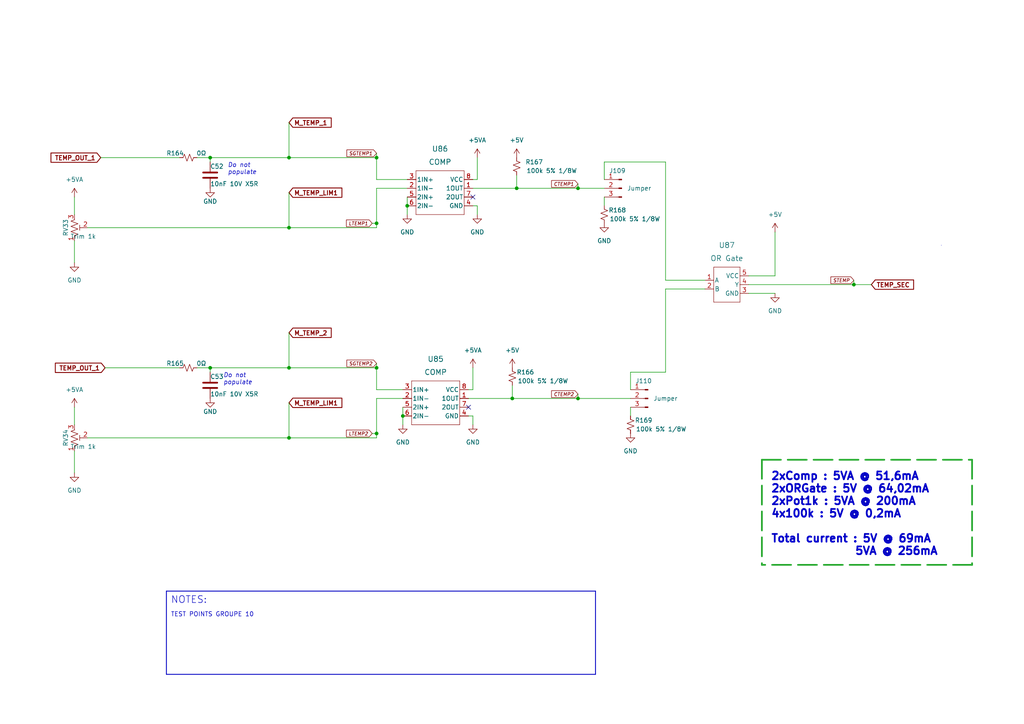
<source format=kicad_sch>
(kicad_sch (version 20211123) (generator eeschema)
  (paper "A4")
  (lib_symbols
    (symbol "Connector:Conn_01x03_Male" (pin_names (offset 1.016) hide)
      (property "Reference" "J" (at 0 5.08 0))
      (property "Value" "Conn_01x03_Male" (at 0 -5.08 0))
      (symbol "Conn_01x03_Male_1_1"
        (polyline (pts (xy 1.27 -2.54) (xy 0.8636 -2.54)) (stroke (width 0.1524)))
        (polyline (pts (xy 1.27 0) (xy 0.8636 0)) (stroke (width 0.1524)))
        (polyline (pts (xy 1.27 2.54) (xy 0.8636 2.54)) (stroke (width 0.1524)))
        (rectangle (start 0.8636 -2.413) (end 0 -2.667) (stroke (width 0.1524)) (fill (type outline)))
        (rectangle (start 0.8636 0.127) (end 0 -0.127) (stroke (width 0.1524)) (fill (type outline)))
        (rectangle (start 0.8636 2.667) (end 0 2.413) (stroke (width 0.1524)) (fill (type outline)))
        (pin passive line (at 5.08 2.54 180) (length 3.81) (name "Pin_1") (number "1"))
        (pin passive line (at 5.08 0 180) (length 3.81) (name "Pin_2") (number "2"))
        (pin passive line (at 5.08 -2.54 180) (length 3.81) (name "Pin_3") (number "3"))
      )
    )
    (symbol "Device:C" (pin_numbers hide) (pin_names (offset 0.254))
      (property "Reference" "C" (at 0.635 2.54 0))
      (property "Value" "C" (at 0.635 -2.54 0))
      (symbol "C_0_1"
        (polyline (pts (xy -2.032 -0.762) (xy 2.032 -0.762)) (stroke (width 0.508)))
        (polyline (pts (xy -2.032 0.762) (xy 2.032 0.762)) (stroke (width 0.508)))
      )
      (symbol "C_1_1"
        (pin passive line (at 0 3.81 270) (length 2.794) (name "~") (number "1"))
        (pin passive line (at 0 -3.81 90) (length 2.794) (name "~") (number "2"))
      )
    )
    (symbol "Device:R_Potentiometer_Trim_US" (pin_names (offset 1.016) hide)
      (property "Reference" "RV" (at -4.445 0 90))
      (property "Value" "R_Potentiometer_Trim_US" (at -2.54 0 90))
      (symbol "R_Potentiometer_Trim_US_0_1"
        (polyline (pts (xy 0 -2.286) (xy 0 -2.54)))
        (polyline (pts (xy 0 2.286) (xy 0 2.54)))
        (polyline (pts (xy 1.524 0.762) (xy 1.524 -0.762)))
        (polyline (pts (xy 2.54 0) (xy 1.524 0)))
        (polyline (pts (xy 0 -0.762) (xy 1.016 -1.143) (xy 0 -1.524) (xy -1.016 -1.905) (xy 0 -2.286)))
        (polyline (pts (xy 0 0.762) (xy 1.016 0.381) (xy 0 0) (xy -1.016 -0.381) (xy 0 -0.762)))
        (polyline (pts (xy 0 2.286) (xy 1.016 1.905) (xy 0 1.524) (xy -1.016 1.143) (xy 0 0.762)))
      )
      (symbol "R_Potentiometer_Trim_US_1_1"
        (pin passive line (at 0 3.81 270) (length 1.27) (name "1") (number "1"))
        (pin passive line (at 3.81 0 180) (length 1.27) (name "2") (number "2"))
        (pin passive line (at 0 -3.81 90) (length 1.27) (name "3") (number "3"))
      )
    )
    (symbol "Device:R_Small_US" (pin_numbers hide) (pin_names (offset 0.254) hide)
      (property "Reference" "R" (at 0.762 0.508 0))
      (property "Value" "R_Small_US" (at 0.762 -1.016 0))
      (symbol "R_Small_US_1_1"
        (polyline (pts (xy 0 0) (xy 1.016 -0.381) (xy 0 -0.762) (xy -1.016 -1.143) (xy 0 -1.524)))
        (polyline (pts (xy 0 1.524) (xy 1.016 1.143) (xy 0 0.762) (xy -1.016 0.381) (xy 0 0)))
        (pin passive line (at 0 2.54 270) (length 1.016) (name "~") (number "1"))
        (pin passive line (at 0 -2.54 90) (length 1.016) (name "~") (number "2"))
      )
    )
    (symbol "SymLib:LM393DGKR" (pin_names (offset 0.254))
      (property "Reference" "U" (at 22.86 3.81 0))
      (property "Value" "LM393DGKR" (at 29.21 -11.43 0))
      (symbol "LM393DGKR_0_1"
        (polyline (pts (xy 21.59 -10.16) (xy 35.56 -10.16)) (stroke (width 0.127)))
        (polyline (pts (xy 21.59 2.54) (xy 21.59 -10.16)) (stroke (width 0.127)))
        (polyline (pts (xy 35.56 -10.16) (xy 35.56 2.54)) (stroke (width 0.127)))
        (polyline (pts (xy 35.56 2.54) (xy 21.59 2.54)) (stroke (width 0.127)))
        (pin output line (at 38.1 -2.54 180) (length 2.54) (name "1OUT") (number "1"))
        (pin input line (at 19.05 -2.54 0) (length 2.54) (name "1IN-") (number "2"))
        (pin input line (at 19.05 0 0) (length 2.54) (name "1IN+") (number "3"))
        (pin power_in line (at 38.1 -7.62 180) (length 2.54) (name "GND") (number "4"))
        (pin input line (at 19.05 -5.08 0) (length 2.54) (name "2IN+") (number "5"))
        (pin input line (at 19.05 -7.62 0) (length 2.54) (name "2IN-") (number "6"))
        (pin output line (at 38.1 -5.08 180) (length 2.54) (name "2OUT") (number "7"))
        (pin power_in line (at 38.1 0 180) (length 2.54) (name "VCC") (number "8"))
      )
    )
    (symbol "SymLib:SN74LVC1G32DBVR" (pin_names (offset 0.254))
      (property "Reference" "U" (at 25.4 10.16 0))
      (property "Value" "SN74LVC1G32DBVR" (at 25.4 7.62 0))
      (symbol "SN74LVC1G32DBVR_0_1"
        (polyline (pts (xy 21.59 -7.62) (xy 29.21 -7.62)) (stroke (width 0.127)))
        (polyline (pts (xy 21.59 2.54) (xy 21.59 -7.62)) (stroke (width 0.127)))
        (polyline (pts (xy 29.21 -7.62) (xy 29.21 2.54)) (stroke (width 0.127)))
        (polyline (pts (xy 29.21 2.54) (xy 21.59 2.54)) (stroke (width 0.127)))
        (pin input line (at 19.05 -1.27 0) (length 2.54) (name "A") (number "1"))
        (pin input line (at 19.05 -3.81 0) (length 2.54) (name "B") (number "2"))
        (pin power_in line (at 31.75 -5.08 180) (length 2.54) (name "GND") (number "3"))
        (pin output line (at 31.75 -2.54 180) (length 2.54) (name "Y") (number "4"))
        (pin power_in line (at 31.75 0 180) (length 2.54) (name "VCC") (number "5"))
      )
    )
    (symbol "power:+5V" (power) (pin_names (offset 0))
      (property "Value" "+5V" (at 0 3.556 0))
      (symbol "+5V_0_1"
        (polyline (pts (xy -0.762 1.27) (xy 0 2.54)))
        (polyline (pts (xy 0 0) (xy 0 2.54)))
        (polyline (pts (xy 0 2.54) (xy 0.762 1.27)))
      )
      (symbol "+5V_1_1"
        (pin power_in line (at 0 0 90) (length 0) hide (name "+5V") (number "1"))
      )
    )
    (symbol "power:+5VA" (power) (pin_names (offset 0))
      (property "Value" "+5VA" (at 0 3.556 0))
      (symbol "+5VA_0_1"
        (polyline (pts (xy -0.762 1.27) (xy 0 2.54)))
        (polyline (pts (xy 0 0) (xy 0 2.54)))
        (polyline (pts (xy 0 2.54) (xy 0.762 1.27)))
      )
      (symbol "+5VA_1_1"
        (pin power_in line (at 0 0 90) (length 0) hide (name "+5VA") (number "1"))
      )
    )
    (symbol "power:GND" (power) (pin_names (offset 0))
      (property "Value" "GND" (at 0 -3.81 0))
      (symbol "GND_0_1"
        (polyline (pts (xy 0 0) (xy 0 -1.27) (xy 1.27 -1.27) (xy 0 -2.54) (xy -1.27 -1.27) (xy 0 -1.27)))
      )
      (symbol "GND_1_1"
        (pin power_in line (at 0 0 270) (length 0) hide (name "GND") (number "1"))
      )
    )
  )
  (junction (at 83.82 106.68))
  (junction (at 109.22 125.73))
  (junction (at 83.82 45.72))
  (junction (at 148.59 115.57))
  (junction (at 149.86 54.61))
  (junction (at 109.22 106.68))
  (junction (at 60.96 45.72))
  (junction (at 109.22 64.77))
  (junction (at 167.64 54.61))
  (junction (at 167.64 115.57))
  (junction (at 83.82 66.04))
  (junction (at 109.22 45.72))
  (junction (at 60.96 106.68))
  (junction (at 83.82 127))
  (junction (at 247.65 82.55))
  (junction (at 116.84 120.65))
  (junction (at 118.11 59.69))
  (no_connect (at 137.16 57.15))
  (no_connect (at 135.89 118.11))
  (wire (pts (xy 148.59 115.57) (xy 167.64 115.57)))
  (wire (pts (xy 175.26 52.07) (xy 175.26 46.99)))
  (wire (pts (xy 138.43 45.72) (xy 138.43 52.07)))
  (wire (pts (xy 60.96 107.95) (xy 60.96 106.68)))
  (polyline (pts (xy 281.94 133.35) (xy 281.94 163.83)) (stroke (width 0.5) (type dash) (color 37 168 45 1)))
  (wire (pts (xy 217.17 82.55) (xy 247.65 82.55)))
  (wire (pts (xy 167.64 54.61) (xy 175.26 54.61)))
  (wire (pts (xy 193.04 46.99) (xy 193.04 81.28)))
  (wire (pts (xy 109.22 66.04) (xy 109.22 64.77)))
  (wire (pts (xy 224.79 67.31) (xy 224.79 80.01)))
  (polyline (pts (xy 172.72 195.58) (xy 48.26 195.58)) (stroke (width 0.25) (type solid)))
  (wire (pts (xy 135.89 115.57) (xy 148.59 115.57)))
  (polyline (pts (xy 220.98 133.35) (xy 281.94 133.35)) (stroke (width 0.5) (type dash) (color 37 168 45 1)))
  (wire (pts (xy 217.17 85.09) (xy 224.79 85.09)))
  (wire (pts (xy 137.16 120.65) (xy 137.16 123.19)))
  (polyline (pts (xy 273.05 71.12) (xy 273.05 71.12)))
  (polyline (pts (xy 48.26 171.45) (xy 48.26 195.58)) (stroke (width 0.25) (type solid)))
  (polyline (pts (xy 48.26 171.45) (xy 172.72 171.45)) (stroke (width 0.25) (type solid)))
  (wire (pts (xy 83.82 127) (xy 109.22 127)))
  (wire (pts (xy 137.16 54.61) (xy 149.86 54.61)))
  (wire (pts (xy 57.15 45.72) (xy 60.96 45.72)))
  (wire (pts (xy 135.89 113.03) (xy 137.16 113.03)))
  (wire (pts (xy 21.59 69.85) (xy 21.59 76.2)))
  (wire (pts (xy 148.59 111.76) (xy 148.59 115.57)))
  (wire (pts (xy 193.04 107.95) (xy 193.04 83.82)))
  (wire (pts (xy 109.22 54.61) (xy 118.11 54.61)))
  (wire (pts (xy 29.21 45.72) (xy 52.07 45.72)))
  (wire (pts (xy 167.64 115.57) (xy 182.88 115.57)))
  (polyline (pts (xy 172.72 171.45) (xy 172.72 195.58)) (stroke (width 0.25) (type solid)))
  (wire (pts (xy 109.22 45.72) (xy 109.22 52.07)))
  (polyline (pts (xy 281.94 163.83) (xy 220.98 163.83)) (stroke (width 0.5) (type dash) (color 37 168 45 1)))
  (wire (pts (xy 138.43 59.69) (xy 138.43 62.23)))
  (wire (pts (xy 60.96 45.72) (xy 60.96 46.99)))
  (wire (pts (xy 137.16 106.68) (xy 137.16 113.03)))
  (wire (pts (xy 21.59 57.15) (xy 21.59 62.23)))
  (wire (pts (xy 116.84 118.11) (xy 116.84 120.65)))
  (wire (pts (xy 83.82 66.04) (xy 109.22 66.04)))
  (wire (pts (xy 83.82 96.52) (xy 83.82 106.68)))
  (wire (pts (xy 247.65 82.55) (xy 252.73 82.55)))
  (wire (pts (xy 107.95 64.77) (xy 109.22 64.77)))
  (wire (pts (xy 109.22 113.03) (xy 116.84 113.03)))
  (wire (pts (xy 135.89 120.65) (xy 137.16 120.65)))
  (wire (pts (xy 21.59 130.81) (xy 21.59 137.16)))
  (wire (pts (xy 30.48 106.68) (xy 52.07 106.68)))
  (wire (pts (xy 83.82 116.84) (xy 83.82 127)))
  (polyline (pts (xy 220.98 133.35) (xy 220.98 163.83)) (stroke (width 0.5) (type dash) (color 37 168 45 1)))
  (wire (pts (xy 247.65 81.28) (xy 247.65 82.55)))
  (wire (pts (xy 25.4 66.04) (xy 83.82 66.04)))
  (wire (pts (xy 193.04 81.28) (xy 204.47 81.28)))
  (wire (pts (xy 109.22 52.07) (xy 118.11 52.07)))
  (wire (pts (xy 60.96 106.68) (xy 83.82 106.68)))
  (wire (pts (xy 167.64 53.34) (xy 167.64 54.61)))
  (wire (pts (xy 83.82 106.68) (xy 109.22 106.68)))
  (wire (pts (xy 149.86 54.61) (xy 167.64 54.61)))
  (wire (pts (xy 107.95 125.73) (xy 109.22 125.73)))
  (wire (pts (xy 116.84 120.65) (xy 116.84 123.19)))
  (wire (pts (xy 83.82 45.72) (xy 109.22 45.72)))
  (wire (pts (xy 25.4 127) (xy 83.82 127)))
  (wire (pts (xy 175.26 57.15) (xy 175.26 59.69)))
  (wire (pts (xy 109.22 64.77) (xy 109.22 54.61)))
  (wire (pts (xy 116.84 115.57) (xy 109.22 115.57)))
  (wire (pts (xy 60.96 45.72) (xy 83.82 45.72)))
  (wire (pts (xy 137.16 59.69) (xy 138.43 59.69)))
  (wire (pts (xy 118.11 57.15) (xy 118.11 59.69)))
  (wire (pts (xy 182.88 107.95) (xy 193.04 107.95)))
  (wire (pts (xy 224.79 80.01) (xy 217.17 80.01)))
  (wire (pts (xy 109.22 105.41) (xy 109.22 106.68)))
  (wire (pts (xy 57.15 106.68) (xy 60.96 106.68)))
  (wire (pts (xy 109.22 115.57) (xy 109.22 125.73)))
  (wire (pts (xy 109.22 44.45) (xy 109.22 45.72)))
  (wire (pts (xy 193.04 83.82) (xy 204.47 83.82)))
  (wire (pts (xy 118.11 59.69) (xy 118.11 62.23)))
  (wire (pts (xy 83.82 55.88) (xy 83.82 66.04)))
  (wire (pts (xy 109.22 125.73) (xy 109.22 127)))
  (wire (pts (xy 109.22 106.68) (xy 109.22 113.03)))
  (wire (pts (xy 182.88 118.11) (xy 182.88 120.65)))
  (wire (pts (xy 137.16 52.07) (xy 138.43 52.07)))
  (wire (pts (xy 83.82 35.56) (xy 83.82 45.72)))
  (wire (pts (xy 149.86 50.8) (xy 149.86 54.61)))
  (wire (pts (xy 167.64 114.3) (xy 167.64 115.57)))
  (wire (pts (xy 175.26 46.99) (xy 193.04 46.99)))
  (wire (pts (xy 21.59 118.11) (xy 21.59 123.19)))
  (wire (pts (xy 182.88 113.03) (xy 182.88 107.95)))
  (text "Do not \npopulate" (at 66.04 50.8 0) (effects (font (size 1.27 1.27) italic) (justify left bottom)))
  (text "Do not \npopulate" (at 64.77 111.76 0) (effects (font (size 1.27 1.27) italic) (justify left bottom)))
  (text "NOTES:" (at 49.53 175.26 0) (effects (font (size 2 2)) (justify left bottom)))
  (text "2xComp : 5VA @ 51,6mA\n2xORGate : 5V @ 64,02mA\n2xPot1k : 5VA @ 200mA\n4x100k : 5V @ 0,2mA\n\nTotal current : 5V @ 69mA\n		    5VA @ 256mA" (at 223.52 161.29 0) (effects (font (size 2.25 2.25) (thickness 0.5) bold) (justify left bottom)))
  (text "TEST POINTS GROUPE 10" (at 49.53 179.07 0) (effects (font (size 1.27 1.27)) (justify left bottom)))
  (global_label "M_TEMP_LIM1" (shape input) (at 83.82 116.84 0) (effects (font bold)) (property "Intersheet References" "${INTERSHEET_REFS}" (effects hide)))
  (global_label "SGTEMP2" (shape input) (at 109.22 105.41 180) (effects (font (size 1 1) italic)) (property "Intersheet References" "${INTERSHEET_REFS}" (effects hide)))
  (global_label "M_TEMP_2" (shape input) (at 83.82 96.52 0) (effects (font bold)) (property "Intersheet References" "${INTERSHEET_REFS}" (effects hide)))
  (global_label "CTEMP1" (shape input) (at 167.64 53.34 180) (effects (font (size 1 1) italic)) (property "Intersheet References" "${INTERSHEET_REFS}" (effects hide)))
  (global_label "M_TEMP_1" (shape input) (at 83.82 35.56 0) (effects (font bold)) (property "Intersheet References" "${INTERSHEET_REFS}" (effects hide)))
  (global_label "CTEMP2" (shape input) (at 167.64 114.3 180) (effects (font (size 1 1) italic)) (property "Intersheet References" "${INTERSHEET_REFS}" (effects hide)))
  (global_label "M_TEMP_LIM1" (shape input) (at 83.82 55.88 0) (effects (font bold)) (property "Intersheet References" "${INTERSHEET_REFS}" (effects hide)))
  (global_label "STEMP" (shape input) (at 247.65 81.28 180) (effects (font (size 1 1) italic)) (property "Intersheet References" "${INTERSHEET_REFS}" (effects hide)))
  (global_label "SGTEMP1" (shape input) (at 109.22 44.45 180) (effects (font (size 1 1) italic)) (property "Intersheet References" "${INTERSHEET_REFS}" (effects hide)))
  (global_label "TEMP_SEC" (shape input) (at 252.73 82.55 0) (effects (font (thickness 0.254) bold)) (property "Intersheet References" "${INTERSHEET_REFS}" (effects hide)))
  (global_label "LTEMP1" (shape input) (at 107.95 64.77 180) (effects (font (size 1 1) italic)) (property "Intersheet References" "${INTERSHEET_REFS}" (effects hide)))
  (global_label "TEMP_OUT_1" (shape input) (at 29.21 45.72 180) (effects (font (thickness 0.254) bold)) (property "Intersheet References" "${INTERSHEET_REFS}" (effects hide)))
  (global_label "LTEMP2" (shape input) (at 107.95 125.73 180) (effects (font (size 1 1) italic)) (property "Intersheet References" "${INTERSHEET_REFS}" (effects hide)))
  (global_label "TEMP_OUT_1" (shape input) (at 30.48 106.68 180) (effects (font (thickness 0.254) bold)) (property "Intersheet References" "${INTERSHEET_REFS}" (effects hide)))
  (symbol (lib_id "power:+5V") (at 148.59 106.68 0) (unit 1)
    (property "Reference" "#PWR0477" (effects hide))
    (property "Value" "+5V" (at 148.59 101.6 0))
  )
  (symbol (lib_id "Device:R_Small_US") (at 148.59 109.22 0) (unit 1)
    (property "Reference" "R166" (at 152.4 107.95 0))
    (property "Value" "100k 5% 1/8W" (at 157.48 110.49 0))
    (property "Footprint" "Resistor_SMD:R_0805_2012Metric" (effects hide))
    (property "MANUFACTURER" "Panasonic Electronic Components" (effects hide))
    (property "PACKAGE" "0805 (2012 Metric)" (effects hide))
    (property "PART NUMBER" "ERJ-6GEYJ104V" (effects hide))
    (property "TYPE" "SMD" (effects hide))
    (property "DESCRIPTION" "100 kOhms ±5% 0.125W, 1/8W Chip Resistor 0805 (2012 Metric) Automotive AEC-Q200 Thick Film" (effects hide))
  )
  (symbol (lib_id "Device:R_Small_US") (at 175.26 62.23 0) (unit 1)
    (property "Reference" "R168" (at 179.07 60.96 0))
    (property "Value" "100k 5% 1/8W" (at 184.15 63.5 0))
    (property "Footprint" "Resistor_SMD:R_0805_2012Metric" (effects hide))
    (property "MANUFACTURER" "Panasonic Electronic Components" (effects hide))
    (property "PACKAGE" "0805 (2012 Metric)" (effects hide))
    (property "PART NUMBER" "ERJ-6GEYJ104V" (effects hide))
    (property "TYPE" "SMD" (effects hide))
    (property "DESCRIPTION" "100 kOhms ±5% 0.125W, 1/8W Chip Resistor 0805 (2012 Metric) Automotive AEC-Q200 Thick Film" (effects hide))
  )
  (symbol (lib_id "Device:C") (at 60.96 50.8 0) (unit 1)
    (property "Reference" "C52" (at 60.96 48.26 0) (effects (justify left)))
    (property "Value" "10nF 10V X5R" (at 60.96 53.34 0) (effects (justify left)))
    (property "Footprint" "Capacitor_SMD:C_01005_0402Metric" (effects hide))
    (property "MANUFACTURER" "Murata Electronics" (effects hide))
    (property "PACKAGE" "01005 (0402 Metric)" (effects hide))
    (property "PART NUMBER" "GRM022R61A103KE19L" (effects hide))
    (property "TYPE" "SMD" (effects hide))
    (property "NOTES" "DO NOT POPULATE" (effects hide))
    (property "DESCRIPTION" "10000 pF ±10% 10V Ceramic Capacitor X5R 01005 (0402 Metric)" (effects hide))
  )
  (symbol (lib_id "power:GND") (at 116.84 123.19 0) (unit 1)
    (property "Reference" "#PWR0471" (effects hide))
    (property "Value" "GND" (at 116.84 128.27 0))
  )
  (symbol (lib_id "power:GND") (at 21.59 76.2 0) (unit 1)
    (property "Reference" "#PWR0466" (effects hide))
    (property "Value" "GND" (at 21.59 81.28 0))
  )
  (symbol (lib_id "Device:R_Small_US") (at 54.61 106.68 90) (unit 1)
    (property "Reference" "R165" (at 50.8 105.41 90))
    (property "Value" "0Ω" (at 58.42 105.41 90))
    (property "Footprint" "Resistor_SMD:R_0805_2012Metric" (effects hide))
    (property "MANUFACTURER" "Panasonic Electronic Components" (effects hide))
    (property "PACKAGE" "0805 (2012 Metric)" (effects hide))
    (property "PART NUMBER" "ERJ-6GEY0R00V" (effects hide))
    (property "TYPE" "SMD" (effects hide))
    (property "DESCRIPTION" "0 Ohms Jumper Chip Resistor 0805 (2012 Metric) Automotive AEC-Q200 Thick Film" (effects hide))
  )
  (symbol (lib_id "power:GND") (at 21.59 137.16 0) (unit 1)
    (property "Reference" "#PWR0468" (effects hide))
    (property "Value" "GND" (at 21.59 142.24 0))
  )
  (symbol (lib_id "SymLib:LM393DGKR") (at 99.06 52.07 0) (unit 1)
    (property "Reference" "U86" (at 127.635 43.18 0) (effects (font (size 1.524 1.524))))
    (property "Value" "COMP" (at 127.635 46.99 0) (effects (font (size 1.524 1.524))))
    (property "Footprint" "FootPrint:DGK8" (effects hide))
    (property "Datasheet" "LM393DGKR" (effects hide))
    (property "DESCRIPTION" "Comparator General Purpose Open-Collector, Rail-to-Rail 8-VSSOP" (effects hide))
    (property "MANUFACTURER" "Texas Instruments" (effects hide))
    (property "PACKAGE" "8-TSSOP, 8-MSOP (0.118\", 3.00mm Width)" (effects hide))
    (property "PART NUMBER" "LM393DGKR" (effects hide))
    (property "TYPE" "SMD" (effects hide))
  )
  (symbol (lib_id "Device:R_Small_US") (at 182.88 123.19 0) (unit 1)
    (property "Reference" "R169" (at 186.69 121.92 0))
    (property "Value" "100k 5% 1/8W" (at 191.77 124.46 0))
    (property "Footprint" "Resistor_SMD:R_0805_2012Metric" (effects hide))
    (property "MANUFACTURER" "Panasonic Electronic Components" (effects hide))
    (property "PACKAGE" "0805 (2012 Metric)" (effects hide))
    (property "PART NUMBER" "ERJ-6GEYJ104V" (effects hide))
    (property "TYPE" "SMD" (effects hide))
    (property "DESCRIPTION" "100 kOhms ±5% 0.125W, 1/8W Chip Resistor 0805 (2012 Metric) Automotive AEC-Q200 Thick Film" (effects hide))
  )
  (symbol (lib_id "power:GND") (at 224.79 85.09 0) (unit 1)
    (property "Reference" "#PWR0482" (effects hide))
    (property "Value" "GND" (at 224.79 90.17 0))
  )
  (symbol (lib_id "power:+5VA") (at 21.59 118.11 0) (unit 1)
    (property "Reference" "#PWR0467" (effects hide))
    (property "Value" "+5VA" (at 21.59 113.03 0))
  )
  (symbol (lib_id "power:+5V") (at 224.79 67.31 0) (unit 1)
    (property "Reference" "#PWR0481" (effects hide))
    (property "Value" "+5V" (at 224.79 62.23 0))
  )
  (symbol (lib_id "Device:R_Small_US") (at 54.61 45.72 90) (unit 1)
    (property "Reference" "R164" (at 50.8 44.45 90))
    (property "Value" "0Ω" (at 58.42 44.45 90))
    (property "Footprint" "Resistor_SMD:R_0805_2012Metric" (effects hide))
    (property "MANUFACTURER" "Panasonic Electronic Components" (effects hide))
    (property "PACKAGE" "0805 (2012 Metric)" (effects hide))
    (property "PART NUMBER" "ERJ-6GEY0R00V" (effects hide))
    (property "TYPE" "SMD" (effects hide))
    (property "DESCRIPTION" "0 Ohms Jumper Chip Resistor 0805 (2012 Metric) Automotive AEC-Q200 Thick Film" (effects hide))
  )
  (symbol (lib_id "power:GND") (at 60.96 115.57 0) (unit 1)
    (property "Reference" "#PWR0470" (effects hide))
    (property "Value" "GND" (at 60.96 119.38 0))
  )
  (symbol (lib_id "power:GND") (at 182.88 125.73 0) (unit 1)
    (property "Reference" "#PWR0480" (effects hide))
    (property "Value" "GND" (at 182.88 130.81 0))
  )
  (symbol (lib_id "Device:C") (at 60.96 111.76 0) (unit 1)
    (property "Reference" "C53" (at 60.96 109.22 0) (effects (justify left)))
    (property "Value" "10nF 10V X5R" (at 60.96 114.3 0) (effects (justify left)))
    (property "Footprint" "Capacitor_SMD:C_01005_0402Metric" (effects hide))
    (property "MANUFACTURER" "Murata Electronics" (effects hide))
    (property "PACKAGE" "01005 (0402 Metric)" (effects hide))
    (property "PART NUMBER" "GRM022R61A103KE19L" (effects hide))
    (property "TYPE" "SMD" (effects hide))
    (property "NOTES" "DO NOT POPULATE" (effects hide))
    (property "DESCRIPTION" "10000 pF ±10% 10V Ceramic Capacitor X5R 01005 (0402 Metric)" (effects hide))
  )
  (symbol (lib_id "power:GND") (at 118.11 62.23 0) (unit 1)
    (property "Reference" "#PWR0472" (effects hide))
    (property "Value" "GND" (at 118.11 67.31 0))
  )
  (symbol (lib_id "SymLib:SN74LVC1G32DBVR") (at 185.42 80.01 0) (unit 1)
    (property "Reference" "U87" (at 210.82 71.12 0) (effects (font (size 1.524 1.524))))
    (property "Value" "OR Gate" (at 210.82 74.93 0) (effects (font (size 1.524 1.524))))
    (property "Footprint" "FootPrint:SOT95P270X145-5N" (effects hide))
    (property "DESCRIPTION" "OR Gate IC 1 Channel SOT-23-5" (effects hide))
    (property "MANUFACTURER" "Texas Instruments" (effects hide))
    (property "PACKAGE" "SC-74A, SOT-753" (effects hide))
    (property "PART NUMBER" "SN74LVC1G32DBVR" (effects hide))
    (property "TYPE" "SMD" (effects hide))
  )
  (symbol (lib_id "Device:R_Small_US") (at 149.86 48.26 0) (unit 1)
    (property "Reference" "R167" (at 154.94 46.99 0))
    (property "Value" "100k 5% 1/8W" (at 160.02 49.53 0))
    (property "Footprint" "Resistor_SMD:R_0805_2012Metric" (effects hide))
    (property "MANUFACTURER" "Panasonic Electronic Components" (effects hide))
    (property "PACKAGE" "0805 (2012 Metric)" (effects hide))
    (property "PART NUMBER" "ERJ-6GEYJ104V" (effects hide))
    (property "TYPE" "SMD" (effects hide))
    (property "DESCRIPTION" "100 kOhms ±5% 0.125W, 1/8W Chip Resistor 0805 (2012 Metric) Automotive AEC-Q200 Thick Film" (effects hide))
  )
  (symbol (lib_id "Connector:Conn_01x03_Male") (at 187.96 115.57 0) (mirror y) (unit 1)
    (property "Reference" "J110" (at 186.69 110.49 0))
    (property "Value" "Jumper" (at 193.04 115.57 0))
    (property "Footprint" "Connector_PinSocket_2.54mm:PinSocket_1x03_P2.54mm_Vertical" (effects hide))
    (property "DESCRIPTION" "CONN HEADER VERT 3POS 2.54MM" (effects hide))
    (property "MANUFACTURER" "Würth Elektronik" (effects hide))
    (property "PACKAGE" "Square 0.100\" (2.54mm)" (effects hide))
    (property "PART NUMBER" "61300311121" (effects hide))
    (property "TYPE" "Through Hole" (effects hide))
  )
  (symbol (lib_id "power:+5VA") (at 21.59 57.15 0) (unit 1)
    (property "Reference" "#PWR0465" (effects hide))
    (property "Value" "+5VA" (at 21.59 52.07 0))
  )
  (symbol (lib_id "Connector:Conn_01x03_Male") (at 180.34 54.61 0) (mirror y) (unit 1)
    (property "Reference" "J109" (at 179.07 49.53 0))
    (property "Value" "Jumper" (at 185.42 54.61 0))
    (property "Footprint" "Connector_PinSocket_2.54mm:PinSocket_1x03_P2.54mm_Vertical" (effects hide))
    (property "DESCRIPTION" "CONN HEADER VERT 3POS 2.54MM" (effects hide))
    (property "MANUFACTURER" "Würth Elektronik" (effects hide))
    (property "PACKAGE" "Square 0.100\" (2.54mm)" (effects hide))
    (property "PART NUMBER" "61300311121" (effects hide))
    (property "TYPE" "Through Hole" (effects hide))
  )
  (symbol (lib_id "Device:R_Potentiometer_Trim_US") (at 21.59 66.04 0) (mirror x) (unit 1)
    (property "Reference" "RV33" (at 19.05 66.04 90))
    (property "Value" "Trim 1k" (at 24.13 68.58 0))
    (property "Footprint" "FootPrint:TRIM_3362P-1-102LF" (effects hide))
    (property "MANUFACTURER" "Bourns Inc." (effects hide))
    (property "PACKAGE" "Rectangular - 0.275\" x 0.260\" Face" (effects hide))
    (property "PART NUMBER" "3362P-1-102LF" (effects hide))
    (property "TYPE" "Through Hole" (effects hide))
    (property "DESCRIPTION" "Trimmer 1k 0,5W PC PIN TOP" (effects hide))
  )
  (symbol (lib_id "power:GND") (at 138.43 62.23 0) (unit 1)
    (property "Reference" "#PWR0476" (effects hide))
    (property "Value" "GND" (at 138.43 67.31 0))
  )
  (symbol (lib_id "SymLib:LM393DGKR") (at 97.79 113.03 0) (unit 1)
    (property "Reference" "U85" (at 126.365 104.14 0) (effects (font (size 1.524 1.524))))
    (property "Value" "COMP" (at 126.365 107.95 0) (effects (font (size 1.524 1.524))))
    (property "Footprint" "FootPrint:DGK8" (effects hide))
    (property "Datasheet" "LM393DGKR" (effects hide))
    (property "DESCRIPTION" "Comparator General Purpose Open-Collector, Rail-to-Rail 8-VSSOP" (effects hide))
    (property "MANUFACTURER" "Texas Instruments" (effects hide))
    (property "PACKAGE" "8-TSSOP, 8-MSOP (0.118\", 3.00mm Width)" (effects hide))
    (property "PART NUMBER" "LM393DGKR" (effects hide))
    (property "TYPE" "SMD" (effects hide))
  )
  (symbol (lib_id "power:+5VA") (at 138.43 45.72 0) (unit 1)
    (property "Reference" "#PWR0475" (effects hide))
    (property "Value" "+5VA" (at 138.43 40.64 0))
  )
  (symbol (lib_id "power:GND") (at 137.16 123.19 0) (unit 1)
    (property "Reference" "#PWR0474" (effects hide))
    (property "Value" "GND" (at 137.16 128.27 0))
  )
  (symbol (lib_id "power:GND") (at 60.96 54.61 0) (unit 1)
    (property "Reference" "#PWR0469" (effects hide))
    (property "Value" "GND" (at 60.96 58.42 0))
  )
  (symbol (lib_id "power:GND") (at 175.26 64.77 0) (unit 1)
    (property "Reference" "#PWR0479" (effects hide))
    (property "Value" "GND" (at 175.26 69.85 0))
  )
  (symbol (lib_id "power:+5V") (at 149.86 45.72 0) (unit 1)
    (property "Reference" "#PWR0478" (effects hide))
    (property "Value" "+5V" (at 149.86 40.64 0))
  )
  (symbol (lib_id "power:+5VA") (at 137.16 106.68 0) (unit 1)
    (property "Reference" "#PWR0473" (effects hide))
    (property "Value" "+5VA" (at 137.16 101.6 0))
  )
  (symbol (lib_id "Device:R_Potentiometer_Trim_US") (at 21.59 127 0) (mirror x) (unit 1)
    (property "Reference" "RV34" (at 19.05 127 90))
    (property "Value" "Trim 1k" (at 24.13 129.54 0))
    (property "Footprint" "FootPrint:TRIM_3362P-1-102LF" (effects hide))
    (property "MANUFACTURER" "Bourns Inc." (effects hide))
    (property "PACKAGE" "Rectangular - 0.275\" x 0.260\" Face" (effects hide))
    (property "PART NUMBER" "3362P-1-102LF" (effects hide))
    (property "TYPE" "Through Hole" (effects hide))
    (property "DESCRIPTION" "Trimmer 1k 0,5W PC PIN TOP" (effects hide))
  )
)
</source>
